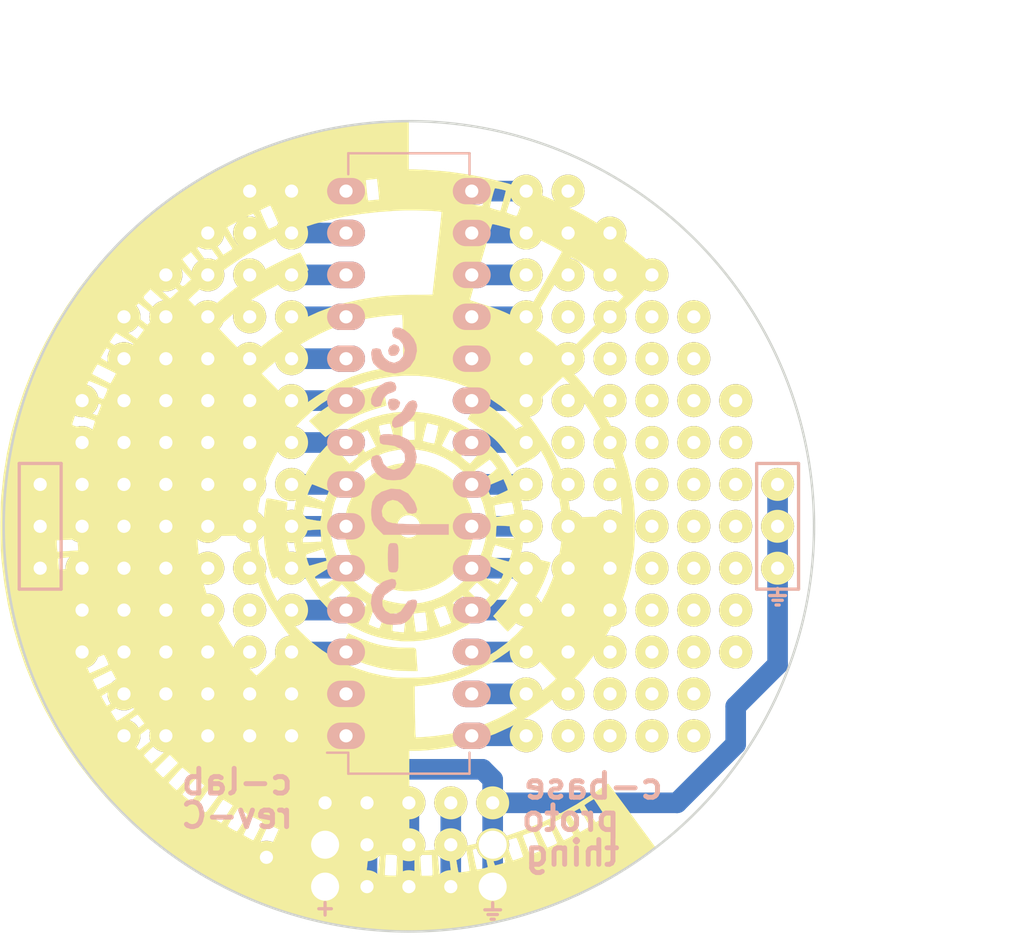
<source format=kicad_pcb>
(kicad_pcb (version 4) (host pcbnew 4.0.2-4+6225~38~ubuntu15.10.1-stable)
  (title_block (title "c-base protothing") (date 2015-11-04) (rev rev-c) (company c-base))
  (layers (0 F.Cu signal) (31 B.Cu signal) (34 B.Paste user hide) (35 F.Paste user hide) (36 B.SilkS user) (37 F.SilkS user) (38 B.Mask user) (39 F.Mask user) (44 Edge.Cuts user))
  (net 0 "")
  (module Wire_Pads:SolderWirePad_single_0-8mmDrill (layer F.Cu) (at 140.462 143.51)
    (fp_text reference REF**1111 hide)
    (fp_text value SolderWirePad_single_0-8mmDrill hide)
    (pad 1 thru_hole circle (at 0 0) (size 1.99898 1.99898) (drill 0.8001) (layers *.Cu *.Mask F.SilkS))
  )
  (module Wire_Pads:SolderWirePad_single_0-8mmDrill (layer F.Cu) (at 158.75 103.124)
    (fp_text reference REF**21 hide)
    (fp_text value SolderWirePad_single_0-8mmDrill hide)
    (pad 1 thru_hole circle (at 0 0) (size 1.99898 1.99898) (drill 0.8001) (layers *.Cu *.Mask F.SilkS))
  )
  (module Wire_Pads:SolderWirePad_single_0-8mmDrill (layer F.Cu) (at 139.446 103.124)
    (fp_text reference REF**31 hide)
    (fp_text value SolderWirePad_single_0-8mmDrill hide)
    (pad 1 thru_hole circle (at 0 0) (size 1.99898 1.99898) (drill 0.8001) (layers *.Cu *.Mask F.SilkS))
  )
  (module Wire_Pads:SolderWirePad_single_0-8mmDrill (layer F.Cu) (at 156.21 103.124)
    (fp_text reference REF**21 hide)
    (fp_text value SolderWirePad_single_0-8mmDrill hide)
    (pad 1 thru_hole circle (at 0 0) (size 1.99898 1.99898) (drill 0.8001) (layers *.Cu *.Mask F.SilkS))
  )
  (module Wire_Pads:SolderWirePad_single_0-8mmDrill (layer F.Cu) (at 141.986 103.124)
    (fp_text reference REF**31 hide)
    (fp_text value SolderWirePad_single_0-8mmDrill hide)
    (pad 1 thru_hole circle (at 0 0) (size 1.99898 1.99898) (drill 0.8001) (layers *.Cu *.Mask F.SilkS))
  )
  (module Wire_Pads:SolderWirePad_single_0-8mmDrill (layer F.Cu) (at 158.75 105.664)
    (fp_text reference REF**31 hide)
    (fp_text value SolderWirePad_single_0-8mmDrill hide)
    (pad 1 thru_hole circle (at 0 0) (size 1.99898 1.99898) (drill 0.8001) (layers *.Cu *.Mask F.SilkS))
  )
  (module Wire_Pads:SolderWirePad_single_0-8mmDrill (layer F.Cu) (at 156.21 105.664)
    (fp_text reference REF**21 hide)
    (fp_text value SolderWirePad_single_0-8mmDrill hide)
    (pad 1 thru_hole circle (at 0 0) (size 1.99898 1.99898) (drill 0.8001) (layers *.Cu *.Mask F.SilkS))
  )
  (module Wire_Pads:SolderWirePad_single_0-8mmDrill (layer F.Cu) (at 161.29 105.664)
    (fp_text reference REF**41 hide)
    (fp_text value SolderWirePad_single_0-8mmDrill hide)
    (pad 1 thru_hole circle (at 0 0) (size 1.99898 1.99898) (drill 0.8001) (layers *.Cu *.Mask F.SilkS))
  )
  (module Wire_Pads:SolderWirePad_single_0-8mmDrill (layer F.Cu) (at 161.29 108.204)
    (fp_text reference REF**31 hide)
    (fp_text value SolderWirePad_single_0-8mmDrill hide)
    (pad 1 thru_hole circle (at 0 0) (size 1.99898 1.99898) (drill 0.8001) (layers *.Cu *.Mask F.SilkS))
  )
  (module Wire_Pads:SolderWirePad_single_0-8mmDrill (layer F.Cu) (at 158.75 108.204)
    (fp_text reference REF**21 hide)
    (fp_text value SolderWirePad_single_0-8mmDrill hide)
    (pad 1 thru_hole circle (at 0 0) (size 1.99898 1.99898) (drill 0.8001) (layers *.Cu *.Mask F.SilkS))
  )
  (module Wire_Pads:SolderWirePad_single_0-8mmDrill (layer F.Cu) (at 163.83 108.204)
    (fp_text reference REF**41 hide)
    (fp_text value SolderWirePad_single_0-8mmDrill hide)
    (pad 1 thru_hole circle (at 0 0) (size 1.99898 1.99898) (drill 0.8001) (layers *.Cu *.Mask F.SilkS))
  )
  (module Wire_Pads:SolderWirePad_single_0-8mmDrill (layer F.Cu) (at 156.21 108.204)
    (fp_text reference REF**11 hide)
    (fp_text value SolderWirePad_single_0-8mmDrill hide)
    (pad 1 thru_hole circle (at 0 0) (size 1.99898 1.99898) (drill 0.8001) (layers *.Cu *.Mask F.SilkS))
  )
  (module Wire_Pads:SolderWirePad_single_0-8mmDrill (layer F.Cu) (at 141.986 105.664)
    (fp_text reference REF**31 hide)
    (fp_text value SolderWirePad_single_0-8mmDrill hide)
    (pad 1 thru_hole circle (at 0 0) (size 1.99898 1.99898) (drill 0.8001) (layers *.Cu *.Mask F.SilkS))
  )
  (module Wire_Pads:SolderWirePad_single_0-8mmDrill (layer F.Cu) (at 139.446 105.664)
    (fp_text reference REF**21 hide)
    (fp_text value SolderWirePad_single_0-8mmDrill hide)
    (pad 1 thru_hole circle (at 0 0) (size 1.99898 1.99898) (drill 0.8001) (layers *.Cu *.Mask F.SilkS))
  )
  (module Wire_Pads:SolderWirePad_single_0-8mmDrill (layer F.Cu) (at 136.906 105.664)
    (fp_text reference REF**11 hide)
    (fp_text value SolderWirePad_single_0-8mmDrill hide)
    (pad 1 thru_hole circle (at 0 0) (size 1.99898 1.99898) (drill 0.8001) (layers *.Cu *.Mask F.SilkS))
  )
  (module Wire_Pads:SolderWirePad_single_0-8mmDrill (layer F.Cu) (at 139.446 108.204)
    (fp_text reference REF**31 hide)
    (fp_text value SolderWirePad_single_0-8mmDrill hide)
    (pad 1 thru_hole circle (at 0 0) (size 1.99898 1.99898) (drill 0.8001) (layers *.Cu *.Mask F.SilkS))
  )
  (module Wire_Pads:SolderWirePad_single_0-8mmDrill (layer F.Cu) (at 136.906 108.204)
    (fp_text reference REF**21 hide)
    (fp_text value SolderWirePad_single_0-8mmDrill hide)
    (pad 1 thru_hole circle (at 0 0) (size 1.99898 1.99898) (drill 0.8001) (layers *.Cu *.Mask F.SilkS))
  )
  (module Wire_Pads:SolderWirePad_single_0-8mmDrill (layer F.Cu) (at 141.986 108.204)
    (fp_text reference REF**41 hide)
    (fp_text value SolderWirePad_single_0-8mmDrill hide)
    (pad 1 thru_hole circle (at 0 0) (size 1.99898 1.99898) (drill 0.8001) (layers *.Cu *.Mask F.SilkS))
  )
  (module Wire_Pads:SolderWirePad_single_0-8mmDrill (layer F.Cu) (at 134.366 108.204)
    (fp_text reference REF**11 hide)
    (fp_text value SolderWirePad_single_0-8mmDrill hide)
    (pad 1 thru_hole circle (at 0 0) (size 1.99898 1.99898) (drill 0.8001) (layers *.Cu *.Mask F.SilkS))
  )
  (module Wire_Pads:SolderWirePad_single_0-8mmDrill (layer F.Cu) (at 126.746 123.444)
    (fp_text reference REF**16 hide)
    (fp_text value SolderWirePad_single_0-8mmDrill hide)
    (pad 1 thru_hole circle (at 0 0) (size 1.99898 1.99898) (drill 0.8001) (layers *.Cu *.Mask F.SilkS))
  )
  (module Wire_Pads:SolderWirePad_single_0-8mmDrill (layer F.Cu) (at 126.746 120.904)
    (fp_text reference REF**15 hide)
    (fp_text value SolderWirePad_single_0-8mmDrill hide)
    (pad 1 thru_hole circle (at 0 0) (size 1.99898 1.99898) (drill 0.8001) (layers *.Cu *.Mask F.SilkS))
  )
  (module Wire_Pads:SolderWirePad_single_0-8mmDrill (layer F.Cu) (at 126.746 125.984)
    (fp_text reference REF**17 hide)
    (fp_text value SolderWirePad_single_0-8mmDrill hide)
    (pad 1 thru_hole circle (at 0 0) (size 1.99898 1.99898) (drill 0.8001) (layers *.Cu *.Mask F.SilkS))
  )
  (module Wire_Pads:SolderWirePad_single_0-8mmDrill (layer F.Cu) (at 129.286 125.984)
    (fp_text reference REF**17 hide)
    (fp_text value SolderWirePad_single_0-8mmDrill hide)
    (pad 1 thru_hole circle (at 0 0) (size 1.99898 1.99898) (drill 0.8001) (layers *.Cu *.Mask F.SilkS))
  )
  (module Wire_Pads:SolderWirePad_single_0-8mmDrill (layer F.Cu) (at 129.286 128.524)
    (fp_text reference REF**18 hide)
    (fp_text value SolderWirePad_single_0-8mmDrill hide)
    (pad 1 thru_hole circle (at 0 0) (size 1.99898 1.99898) (drill 0.8001) (layers *.Cu *.Mask F.SilkS))
  )
  (module Wire_Pads:SolderWirePad_single_0-8mmDrill (layer F.Cu) (at 129.286 131.064)
    (fp_text reference REF**19 hide)
    (fp_text value SolderWirePad_single_0-8mmDrill hide)
    (pad 1 thru_hole circle (at 0 0) (size 1.99898 1.99898) (drill 0.8001) (layers *.Cu *.Mask F.SilkS))
  )
  (module Wire_Pads:SolderWirePad_single_0-8mmDrill (layer F.Cu) (at 129.286 123.444)
    (fp_text reference REF**16 hide)
    (fp_text value SolderWirePad_single_0-8mmDrill hide)
    (pad 1 thru_hole circle (at 0 0) (size 1.99898 1.99898) (drill 0.8001) (layers *.Cu *.Mask F.SilkS))
  )
  (module Wire_Pads:SolderWirePad_single_0-8mmDrill (layer F.Cu) (at 129.286 120.904)
    (fp_text reference REF**15 hide)
    (fp_text value SolderWirePad_single_0-8mmDrill hide)
    (pad 1 thru_hole circle (at 0 0) (size 1.99898 1.99898) (drill 0.8001) (layers *.Cu *.Mask F.SilkS))
  )
  (module Wire_Pads:SolderWirePad_single_0-8mmDrill (layer F.Cu) (at 129.286 115.824)
    (fp_text reference REF**13 hide)
    (fp_text value SolderWirePad_single_0-8mmDrill hide)
    (pad 1 thru_hole circle (at 0 0) (size 1.99898 1.99898) (drill 0.8001) (layers *.Cu *.Mask F.SilkS))
  )
  (module Wire_Pads:SolderWirePad_single_0-8mmDrill (layer F.Cu) (at 129.286 118.364)
    (fp_text reference REF**14 hide)
    (fp_text value SolderWirePad_single_0-8mmDrill hide)
    (pad 1 thru_hole circle (at 0 0) (size 1.99898 1.99898) (drill 0.8001) (layers *.Cu *.Mask F.SilkS))
  )
  (module Wire_Pads:SolderWirePad_single_0-8mmDrill (layer F.Cu) (at 171.45 123.444)
    (fp_text reference REF**56 hide)
    (fp_text value SolderWirePad_single_0-8mmDrill hide)
    (pad 1 thru_hole circle (at 0 0) (size 1.99898 1.99898) (drill 0.8001) (layers *.Cu *.Mask F.SilkS))
  )
  (module Wire_Pads:SolderWirePad_single_0-8mmDrill (layer F.Cu) (at 171.45 120.904)
    (fp_text reference REF**55 hide)
    (fp_text value SolderWirePad_single_0-8mmDrill hide)
    (pad 1 thru_hole circle (at 0 0) (size 1.99898 1.99898) (drill 0.8001) (layers *.Cu *.Mask F.SilkS))
  )
  (module Wire_Pads:SolderWirePad_single_0-8mmDrill (layer F.Cu) (at 171.45 125.984)
    (fp_text reference REF**57 hide)
    (fp_text value SolderWirePad_single_0-8mmDrill hide)
    (pad 1 thru_hole circle (at 0 0) (size 1.99898 1.99898) (drill 0.8001) (layers *.Cu *.Mask F.SilkS))
  )
  (module Wire_Pads:SolderWirePad_single_0-8mmDrill (layer F.Cu) (at 168.91 115.824)
    (fp_text reference REF**53 hide)
    (fp_text value SolderWirePad_single_0-8mmDrill hide)
    (pad 1 thru_hole circle (at 0 0) (size 1.99898 1.99898) (drill 0.8001) (layers *.Cu *.Mask F.SilkS))
  )
  (module Wire_Pads:SolderWirePad_single_0-8mmDrill (layer F.Cu) (at 168.91 118.364)
    (fp_text reference REF**54 hide)
    (fp_text value SolderWirePad_single_0-8mmDrill hide)
    (pad 1 thru_hole circle (at 0 0) (size 1.99898 1.99898) (drill 0.8001) (layers *.Cu *.Mask F.SilkS))
  )
  (module Wire_Pads:SolderWirePad_single_0-8mmDrill (layer F.Cu) (at 168.91 123.444)
    (fp_text reference REF**56 hide)
    (fp_text value SolderWirePad_single_0-8mmDrill hide)
    (pad 1 thru_hole circle (at 0 0) (size 1.99898 1.99898) (drill 0.8001) (layers *.Cu *.Mask F.SilkS))
  )
  (module Wire_Pads:SolderWirePad_single_0-8mmDrill (layer F.Cu) (at 168.91 120.904)
    (fp_text reference REF**55 hide)
    (fp_text value SolderWirePad_single_0-8mmDrill hide)
    (pad 1 thru_hole circle (at 0 0) (size 1.99898 1.99898) (drill 0.8001) (layers *.Cu *.Mask F.SilkS))
  )
  (module Wire_Pads:SolderWirePad_single_0-8mmDrill (layer F.Cu) (at 168.91 128.524)
    (fp_text reference REF**58 hide)
    (fp_text value SolderWirePad_single_0-8mmDrill hide)
    (pad 1 thru_hole circle (at 0 0) (size 1.99898 1.99898) (drill 0.8001) (layers *.Cu *.Mask F.SilkS))
  )
  (module Wire_Pads:SolderWirePad_single_0-8mmDrill (layer F.Cu) (at 168.91 125.984)
    (fp_text reference REF**57 hide)
    (fp_text value SolderWirePad_single_0-8mmDrill hide)
    (pad 1 thru_hole circle (at 0 0) (size 1.99898 1.99898) (drill 0.8001) (layers *.Cu *.Mask F.SilkS))
  )
  (module Wire_Pads:SolderWirePad_single_0-8mmDrill (layer F.Cu) (at 168.91 131.064)
    (fp_text reference REF**59 hide)
    (fp_text value SolderWirePad_single_0-8mmDrill hide)
    (pad 1 thru_hole circle (at 0 0) (size 1.99898 1.99898) (drill 0.8001) (layers *.Cu *.Mask F.SilkS))
  )
  (module Wire_Pads:SolderWirePad_single_0-8mmDrill (layer F.Cu) (at 158.75 113.284)
    (fp_text reference REF**22 hide)
    (fp_text value SolderWirePad_single_0-8mmDrill hide)
    (pad 1 thru_hole circle (at 0 0) (size 1.99898 1.99898) (drill 0.8001) (layers *.Cu *.Mask F.SilkS))
  )
  (module Wire_Pads:SolderWirePad_single_0-8mmDrill (layer F.Cu) (at 161.29 113.284)
    (fp_text reference REF**32 hide)
    (fp_text value SolderWirePad_single_0-8mmDrill hide)
    (pad 1 thru_hole circle (at 0 0) (size 1.99898 1.99898) (drill 0.8001) (layers *.Cu *.Mask F.SilkS))
  )
  (module Wire_Pads:SolderWirePad_single_0-8mmDrill (layer F.Cu) (at 158.75 115.824)
    (fp_text reference REF**23 hide)
    (fp_text value SolderWirePad_single_0-8mmDrill hide)
    (pad 1 thru_hole circle (at 0 0) (size 1.99898 1.99898) (drill 0.8001) (layers *.Cu *.Mask F.SilkS))
  )
  (module Wire_Pads:SolderWirePad_single_0-8mmDrill (layer F.Cu) (at 161.29 115.824)
    (fp_text reference REF**33 hide)
    (fp_text value SolderWirePad_single_0-8mmDrill hide)
    (pad 1 thru_hole circle (at 0 0) (size 1.99898 1.99898) (drill 0.8001) (layers *.Cu *.Mask F.SilkS))
  )
  (module Wire_Pads:SolderWirePad_single_0-8mmDrill (layer F.Cu) (at 161.29 118.364)
    (fp_text reference REF**34 hide)
    (fp_text value SolderWirePad_single_0-8mmDrill hide)
    (pad 1 thru_hole circle (at 0 0) (size 1.99898 1.99898) (drill 0.8001) (layers *.Cu *.Mask F.SilkS))
  )
  (module Wire_Pads:SolderWirePad_single_0-8mmDrill (layer F.Cu) (at 158.75 118.364)
    (fp_text reference REF**24 hide)
    (fp_text value SolderWirePad_single_0-8mmDrill hide)
    (pad 1 thru_hole circle (at 0 0) (size 1.99898 1.99898) (drill 0.8001) (layers *.Cu *.Mask F.SilkS))
  )
  (module Wire_Pads:SolderWirePad_single_0-8mmDrill (layer F.Cu) (at 163.83 113.284)
    (fp_text reference REF**42 hide)
    (fp_text value SolderWirePad_single_0-8mmDrill hide)
    (pad 1 thru_hole circle (at 0 0) (size 1.99898 1.99898) (drill 0.8001) (layers *.Cu *.Mask F.SilkS))
  )
  (module Wire_Pads:SolderWirePad_single_0-8mmDrill (layer F.Cu) (at 166.37 110.744)
    (fp_text reference REF**51 hide)
    (fp_text value SolderWirePad_single_0-8mmDrill hide)
    (pad 1 thru_hole circle (at 0 0) (size 1.99898 1.99898) (drill 0.8001) (layers *.Cu *.Mask F.SilkS))
  )
  (module Wire_Pads:SolderWirePad_single_0-8mmDrill (layer F.Cu) (at 166.37 113.284)
    (fp_text reference REF**52 hide)
    (fp_text value SolderWirePad_single_0-8mmDrill hide)
    (pad 1 thru_hole circle (at 0 0) (size 1.99898 1.99898) (drill 0.8001) (layers *.Cu *.Mask F.SilkS))
  )
  (module Wire_Pads:SolderWirePad_single_0-8mmDrill (layer F.Cu) (at 163.83 110.744)
    (fp_text reference REF**41 hide)
    (fp_text value SolderWirePad_single_0-8mmDrill hide)
    (pad 1 thru_hole circle (at 0 0) (size 1.99898 1.99898) (drill 0.8001) (layers *.Cu *.Mask F.SilkS))
  )
  (module Wire_Pads:SolderWirePad_single_0-8mmDrill (layer F.Cu) (at 158.75 128.524)
    (fp_text reference REF**28 hide)
    (fp_text value SolderWirePad_single_0-8mmDrill hide)
    (pad 1 thru_hole circle (at 0 0) (size 1.99898 1.99898) (drill 0.8001) (layers *.Cu *.Mask F.SilkS))
  )
  (module Wire_Pads:SolderWirePad_single_0-8mmDrill (layer F.Cu) (at 158.75 125.984)
    (fp_text reference REF**27 hide)
    (fp_text value SolderWirePad_single_0-8mmDrill hide)
    (pad 1 thru_hole circle (at 0 0) (size 1.99898 1.99898) (drill 0.8001) (layers *.Cu *.Mask F.SilkS))
  )
  (module Wire_Pads:SolderWirePad_single_0-8mmDrill (layer F.Cu) (at 161.29 125.984)
    (fp_text reference REF**37 hide)
    (fp_text value SolderWirePad_single_0-8mmDrill hide)
    (pad 1 thru_hole circle (at 0 0) (size 1.99898 1.99898) (drill 0.8001) (layers *.Cu *.Mask F.SilkS))
  )
  (module Wire_Pads:SolderWirePad_single_0-8mmDrill (layer F.Cu) (at 166.37 125.984)
    (fp_text reference REF**57 hide)
    (fp_text value SolderWirePad_single_0-8mmDrill hide)
    (pad 1 thru_hole circle (at 0 0) (size 1.99898 1.99898) (drill 0.8001) (layers *.Cu *.Mask F.SilkS))
  )
  (module Wire_Pads:SolderWirePad_single_0-8mmDrill (layer F.Cu) (at 161.29 123.444)
    (fp_text reference REF**36 hide)
    (fp_text value SolderWirePad_single_0-8mmDrill hide)
    (pad 1 thru_hole circle (at 0 0) (size 1.99898 1.99898) (drill 0.8001) (layers *.Cu *.Mask F.SilkS))
  )
  (module Wire_Pads:SolderWirePad_single_0-8mmDrill (layer F.Cu) (at 166.37 120.904)
    (fp_text reference REF**55 hide)
    (fp_text value SolderWirePad_single_0-8mmDrill hide)
    (pad 1 thru_hole circle (at 0 0) (size 1.99898 1.99898) (drill 0.8001) (layers *.Cu *.Mask F.SilkS))
  )
  (module Wire_Pads:SolderWirePad_single_0-8mmDrill (layer F.Cu) (at 163.83 125.984)
    (fp_text reference REF**47 hide)
    (fp_text value SolderWirePad_single_0-8mmDrill hide)
    (pad 1 thru_hole circle (at 0 0) (size 1.99898 1.99898) (drill 0.8001) (layers *.Cu *.Mask F.SilkS))
  )
  (module Wire_Pads:SolderWirePad_single_0-8mmDrill (layer F.Cu) (at 166.37 123.444)
    (fp_text reference REF**56 hide)
    (fp_text value SolderWirePad_single_0-8mmDrill hide)
    (pad 1 thru_hole circle (at 0 0) (size 1.99898 1.99898) (drill 0.8001) (layers *.Cu *.Mask F.SilkS))
  )
  (module Wire_Pads:SolderWirePad_single_0-8mmDrill (layer F.Cu) (at 163.83 120.904)
    (fp_text reference REF**45 hide)
    (fp_text value SolderWirePad_single_0-8mmDrill hide)
    (pad 1 thru_hole circle (at 0 0) (size 1.99898 1.99898) (drill 0.8001) (layers *.Cu *.Mask F.SilkS))
  )
  (module Wire_Pads:SolderWirePad_single_0-8mmDrill (layer F.Cu) (at 161.29 120.904)
    (fp_text reference REF**35 hide)
    (fp_text value SolderWirePad_single_0-8mmDrill hide)
    (pad 1 thru_hole circle (at 0 0) (size 1.99898 1.99898) (drill 0.8001) (layers *.Cu *.Mask F.SilkS))
  )
  (module Wire_Pads:SolderWirePad_single_0-8mmDrill (layer F.Cu) (at 163.83 123.444)
    (fp_text reference REF**46 hide)
    (fp_text value SolderWirePad_single_0-8mmDrill hide)
    (pad 1 thru_hole circle (at 0 0) (size 1.99898 1.99898) (drill 0.8001) (layers *.Cu *.Mask F.SilkS))
  )
  (module Wire_Pads:SolderWirePad_single_0-8mmDrill (layer F.Cu) (at 158.75 123.444)
    (fp_text reference REF**26 hide)
    (fp_text value SolderWirePad_single_0-8mmDrill hide)
    (pad 1 thru_hole circle (at 0 0) (size 1.99898 1.99898) (drill 0.8001) (layers *.Cu *.Mask F.SilkS))
  )
  (module Wire_Pads:SolderWirePad_single_0-8mmDrill (layer F.Cu) (at 158.75 120.904)
    (fp_text reference REF**25 hide)
    (fp_text value SolderWirePad_single_0-8mmDrill hide)
    (pad 1 thru_hole circle (at 0 0) (size 1.99898 1.99898) (drill 0.8001) (layers *.Cu *.Mask F.SilkS))
  )
  (module Wire_Pads:SolderWirePad_single_0-8mmDrill (layer F.Cu) (at 161.29 136.144)
    (fp_text reference REF**311 hide)
    (fp_text value SolderWirePad_single_0-8mmDrill hide)
    (pad 1 thru_hole circle (at 0 0) (size 1.99898 1.99898) (drill 0.8001) (layers *.Cu *.Mask F.SilkS))
  )
  (module Wire_Pads:SolderWirePad_single_0-8mmDrill (layer F.Cu) (at 166.37 136.144)
    (fp_text reference REF**511 hide)
    (fp_text value SolderWirePad_single_0-8mmDrill hide)
    (pad 1 thru_hole circle (at 0 0) (size 1.99898 1.99898) (drill 0.8001) (layers *.Cu *.Mask F.SilkS))
  )
  (module Wire_Pads:SolderWirePad_single_0-8mmDrill (layer F.Cu) (at 163.83 133.604)
    (fp_text reference REF**410 hide)
    (fp_text value SolderWirePad_single_0-8mmDrill hide)
    (pad 1 thru_hole circle (at 0 0) (size 1.99898 1.99898) (drill 0.8001) (layers *.Cu *.Mask F.SilkS))
  )
  (module Wire_Pads:SolderWirePad_single_0-8mmDrill (layer F.Cu) (at 166.37 133.604)
    (fp_text reference REF**510 hide)
    (fp_text value SolderWirePad_single_0-8mmDrill hide)
    (pad 1 thru_hole circle (at 0 0) (size 1.99898 1.99898) (drill 0.8001) (layers *.Cu *.Mask F.SilkS))
  )
  (module Wire_Pads:SolderWirePad_single_0-8mmDrill (layer F.Cu) (at 163.83 136.144)
    (fp_text reference REF**411 hide)
    (fp_text value SolderWirePad_single_0-8mmDrill hide)
    (pad 1 thru_hole circle (at 0 0) (size 1.99898 1.99898) (drill 0.8001) (layers *.Cu *.Mask F.SilkS))
  )
  (module Wire_Pads:SolderWirePad_single_0-8mmDrill (layer F.Cu) (at 161.29 133.604)
    (fp_text reference REF**310 hide)
    (fp_text value SolderWirePad_single_0-8mmDrill hide)
    (pad 1 thru_hole circle (at 0 0) (size 1.99898 1.99898) (drill 0.8001) (layers *.Cu *.Mask F.SilkS))
  )
  (module Wire_Pads:SolderWirePad_single_0-8mmDrill (layer F.Cu) (at 163.83 131.064)
    (fp_text reference REF**49 hide)
    (fp_text value SolderWirePad_single_0-8mmDrill hide)
    (pad 1 thru_hole circle (at 0 0) (size 1.99898 1.99898) (drill 0.8001) (layers *.Cu *.Mask F.SilkS))
  )
  (module Wire_Pads:SolderWirePad_single_0-8mmDrill (layer F.Cu) (at 163.83 128.524)
    (fp_text reference REF**48 hide)
    (fp_text value SolderWirePad_single_0-8mmDrill hide)
    (pad 1 thru_hole circle (at 0 0) (size 1.99898 1.99898) (drill 0.8001) (layers *.Cu *.Mask F.SilkS))
  )
  (module Wire_Pads:SolderWirePad_single_0-8mmDrill (layer F.Cu) (at 161.29 128.524)
    (fp_text reference REF**38 hide)
    (fp_text value SolderWirePad_single_0-8mmDrill hide)
    (pad 1 thru_hole circle (at 0 0) (size 1.99898 1.99898) (drill 0.8001) (layers *.Cu *.Mask F.SilkS))
  )
  (module Wire_Pads:SolderWirePad_single_0-8mmDrill (layer F.Cu) (at 161.29 131.064)
    (fp_text reference REF**39 hide)
    (fp_text value SolderWirePad_single_0-8mmDrill hide)
    (pad 1 thru_hole circle (at 0 0) (size 1.99898 1.99898) (drill 0.8001) (layers *.Cu *.Mask F.SilkS))
  )
  (module Wire_Pads:SolderWirePad_single_0-8mmDrill (layer F.Cu) (at 166.37 128.524)
    (fp_text reference REF**58 hide)
    (fp_text value SolderWirePad_single_0-8mmDrill hide)
    (pad 1 thru_hole circle (at 0 0) (size 1.99898 1.99898) (drill 0.8001) (layers *.Cu *.Mask F.SilkS))
  )
  (module Wire_Pads:SolderWirePad_single_0-8mmDrill (layer F.Cu) (at 166.37 131.064)
    (fp_text reference REF**59 hide)
    (fp_text value SolderWirePad_single_0-8mmDrill hide)
    (pad 1 thru_hole circle (at 0 0) (size 1.99898 1.99898) (drill 0.8001) (layers *.Cu *.Mask F.SilkS))
  )
  (module Wire_Pads:SolderWirePad_single_0-8mmDrill (layer F.Cu) (at 158.75 133.604)
    (fp_text reference REF**210 hide)
    (fp_text value SolderWirePad_single_0-8mmDrill hide)
    (pad 1 thru_hole circle (at 0 0) (size 1.99898 1.99898) (drill 0.8001) (layers *.Cu *.Mask F.SilkS))
  )
  (module Wire_Pads:SolderWirePad_single_0-8mmDrill (layer F.Cu) (at 158.75 131.064)
    (fp_text reference REF**29 hide)
    (fp_text value SolderWirePad_single_0-8mmDrill hide)
    (pad 1 thru_hole circle (at 0 0) (size 1.99898 1.99898) (drill 0.8001) (layers *.Cu *.Mask F.SilkS))
  )
  (module Wire_Pads:SolderWirePad_single_0-8mmDrill (layer F.Cu) (at 158.75 136.144)
    (fp_text reference REF**211 hide)
    (fp_text value SolderWirePad_single_0-8mmDrill hide)
    (pad 1 thru_hole circle (at 0 0) (size 1.99898 1.99898) (drill 0.8001) (layers *.Cu *.Mask F.SilkS))
  )
  (module Wire_Pads:SolderWirePad_single_0-8mmDrill (layer F.Cu) (at 163.83 118.364)
    (fp_text reference REF**44 hide)
    (fp_text value SolderWirePad_single_0-8mmDrill hide)
    (pad 1 thru_hole circle (at 0 0) (size 1.99898 1.99898) (drill 0.8001) (layers *.Cu *.Mask F.SilkS))
  )
  (module Wire_Pads:SolderWirePad_single_0-8mmDrill (layer F.Cu) (at 166.37 118.364)
    (fp_text reference REF**54 hide)
    (fp_text value SolderWirePad_single_0-8mmDrill hide)
    (pad 1 thru_hole circle (at 0 0) (size 1.99898 1.99898) (drill 0.8001) (layers *.Cu *.Mask F.SilkS))
  )
  (module Wire_Pads:SolderWirePad_single_0-8mmDrill (layer F.Cu) (at 163.83 115.824)
    (fp_text reference REF**43 hide)
    (fp_text value SolderWirePad_single_0-8mmDrill hide)
    (pad 1 thru_hole circle (at 0 0) (size 1.99898 1.99898) (drill 0.8001) (layers *.Cu *.Mask F.SilkS))
  )
  (module Wire_Pads:SolderWirePad_single_0-8mmDrill (layer F.Cu) (at 166.37 115.824)
    (fp_text reference REF**53 hide)
    (fp_text value SolderWirePad_single_0-8mmDrill hide)
    (pad 1 thru_hole circle (at 0 0) (size 1.99898 1.99898) (drill 0.8001) (layers *.Cu *.Mask F.SilkS))
  )
  (module Wire_Pads:SolderWirePad_single_0-8mmDrill (layer F.Cu) (at 161.29 110.744)
    (fp_text reference REF**31 hide)
    (fp_text value SolderWirePad_single_0-8mmDrill hide)
    (pad 1 thru_hole circle (at 0 0) (size 1.99898 1.99898) (drill 0.8001) (layers *.Cu *.Mask F.SilkS))
  )
  (module Wire_Pads:SolderWirePad_single_0-8mmDrill (layer F.Cu) (at 158.75 110.744)
    (fp_text reference REF**21 hide)
    (fp_text value SolderWirePad_single_0-8mmDrill hide)
    (pad 1 thru_hole circle (at 0 0) (size 1.99898 1.99898) (drill 0.8001) (layers *.Cu *.Mask F.SilkS))
  )
  (module Wire_Pads:SolderWirePad_single_0-8mmDrill (layer F.Cu) (at 156.21 118.364)
    (fp_text reference REF**14 hide)
    (fp_text value SolderWirePad_single_0-8mmDrill hide)
    (pad 1 thru_hole circle (at 0 0) (size 1.99898 1.99898) (drill 0.8001) (layers *.Cu *.Mask F.SilkS))
  )
  (module Wire_Pads:SolderWirePad_single_0-8mmDrill (layer F.Cu) (at 156.21 115.824)
    (fp_text reference REF**13 hide)
    (fp_text value SolderWirePad_single_0-8mmDrill hide)
    (pad 1 thru_hole circle (at 0 0) (size 1.99898 1.99898) (drill 0.8001) (layers *.Cu *.Mask F.SilkS))
  )
  (module Wire_Pads:SolderWirePad_single_0-8mmDrill (layer F.Cu) (at 156.21 120.904)
    (fp_text reference REF**15 hide)
    (fp_text value SolderWirePad_single_0-8mmDrill hide)
    (pad 1 thru_hole circle (at 0 0) (size 1.99898 1.99898) (drill 0.8001) (layers *.Cu *.Mask F.SilkS))
  )
  (module Wire_Pads:SolderWirePad_single_0-8mmDrill (layer F.Cu) (at 156.21 123.444)
    (fp_text reference REF**16 hide)
    (fp_text value SolderWirePad_single_0-8mmDrill hide)
    (pad 1 thru_hole circle (at 0 0) (size 1.99898 1.99898) (drill 0.8001) (layers *.Cu *.Mask F.SilkS))
  )
  (module Wire_Pads:SolderWirePad_single_0-8mmDrill (layer F.Cu) (at 156.21 125.984)
    (fp_text reference REF**17 hide)
    (fp_text value SolderWirePad_single_0-8mmDrill hide)
    (pad 1 thru_hole circle (at 0 0) (size 1.99898 1.99898) (drill 0.8001) (layers *.Cu *.Mask F.SilkS))
  )
  (module Wire_Pads:SolderWirePad_single_0-8mmDrill (layer F.Cu) (at 156.21 128.524)
    (fp_text reference REF**18 hide)
    (fp_text value SolderWirePad_single_0-8mmDrill hide)
    (pad 1 thru_hole circle (at 0 0) (size 1.99898 1.99898) (drill 0.8001) (layers *.Cu *.Mask F.SilkS))
  )
  (module Wire_Pads:SolderWirePad_single_0-8mmDrill (layer F.Cu) (at 156.21 113.284)
    (fp_text reference REF**12 hide)
    (fp_text value SolderWirePad_single_0-8mmDrill hide)
    (pad 1 thru_hole circle (at 0 0) (size 1.99898 1.99898) (drill 0.8001) (layers *.Cu *.Mask F.SilkS))
  )
  (module Wire_Pads:SolderWirePad_single_0-8mmDrill (layer F.Cu) (at 156.21 131.064)
    (fp_text reference REF**19 hide)
    (fp_text value SolderWirePad_single_0-8mmDrill hide)
    (pad 1 thru_hole circle (at 0 0) (size 1.99898 1.99898) (drill 0.8001) (layers *.Cu *.Mask F.SilkS))
  )
  (module Wire_Pads:SolderWirePad_single_0-8mmDrill (layer F.Cu) (at 156.21 136.144)
    (fp_text reference REF**111 hide)
    (fp_text value SolderWirePad_single_0-8mmDrill hide)
    (pad 1 thru_hole circle (at 0 0) (size 1.99898 1.99898) (drill 0.8001) (layers *.Cu *.Mask F.SilkS))
  )
  (module Wire_Pads:SolderWirePad_single_0-8mmDrill (layer F.Cu) (at 156.21 133.604)
    (fp_text reference REF**110 hide)
    (fp_text value SolderWirePad_single_0-8mmDrill hide)
    (pad 1 thru_hole circle (at 0 0) (size 1.99898 1.99898) (drill 0.8001) (layers *.Cu *.Mask F.SilkS))
  )
  (module Wire_Pads:SolderWirePad_single_0-8mmDrill (layer F.Cu) (at 144.018 145.288)
    (fp_text reference REF**1113 hide)
    (fp_text value SolderWirePad_single_0-8mmDrill hide)
    (pad 1 thru_hole circle (at 0 0) (size 1.99898 1.99898) (drill 1.7) (layers *.Cu *.Mask F.SilkS))
  )
  (module Wire_Pads:SolderWirePad_single_0-8mmDrill (layer F.Cu) (at 144.018 142.748)
    (fp_text reference REF**1112 hide)
    (fp_text value SolderWirePad_single_0-8mmDrill hide)
    (pad 1 thru_hole circle (at 0 0) (size 1.99898 1.99898) (drill 1.7) (layers *.Cu *.Mask F.SilkS))
  )
  (module Wire_Pads:SolderWirePad_single_0-8mmDrill (layer F.Cu) (at 146.558 145.288)
    (fp_text reference REF**2113 hide)
    (fp_text value SolderWirePad_single_0-8mmDrill hide)
    (pad 1 thru_hole circle (at 0 0) (size 1.99898 1.99898) (drill 0.8001) (layers *.Cu *.Mask F.SilkS))
  )
  (module Wire_Pads:SolderWirePad_single_0-8mmDrill (layer F.Cu) (at 146.558 142.748)
    (fp_text reference REF**2112 hide)
    (fp_text value SolderWirePad_single_0-8mmDrill hide)
    (pad 1 thru_hole circle (at 0 0) (size 1.99898 1.99898) (drill 0.8001) (layers *.Cu *.Mask F.SilkS))
  )
  (module Wire_Pads:SolderWirePad_single_0-8mmDrill (layer F.Cu) (at 151.638 145.288)
    (fp_text reference REF**4113 hide)
    (fp_text value SolderWirePad_single_0-8mmDrill hide)
    (pad 1 thru_hole circle (at 0 0) (size 1.99898 1.99898) (drill 0.8001) (layers *.Cu *.Mask F.SilkS))
  )
  (module Wire_Pads:SolderWirePad_single_0-8mmDrill (layer F.Cu) (at 151.638 142.748)
    (fp_text reference REF**4112 hide)
    (fp_text value SolderWirePad_single_0-8mmDrill hide)
    (pad 1 thru_hole circle (at 0 0) (size 1.99898 1.99898) (drill 0.8001) (layers *.Cu *.Mask F.SilkS))
  )
  (module Wire_Pads:SolderWirePad_single_0-8mmDrill (layer F.Cu) (at 149.098 145.288)
    (fp_text reference REF**3113 hide)
    (fp_text value SolderWirePad_single_0-8mmDrill hide)
    (pad 1 thru_hole circle (at 0 0) (size 1.99898 1.99898) (drill 0.8001) (layers *.Cu *.Mask F.SilkS))
  )
  (module Wire_Pads:SolderWirePad_single_0-8mmDrill (layer F.Cu) (at 149.098 142.748)
    (fp_text reference REF**3112 hide)
    (fp_text value SolderWirePad_single_0-8mmDrill hide)
    (pad 1 thru_hole circle (at 0 0) (size 1.99898 1.99898) (drill 0.8001) (layers *.Cu *.Mask F.SilkS))
  )
  (module Wire_Pads:SolderWirePad_single_0-8mmDrill (layer F.Cu) (at 154.178 145.288)
    (fp_text reference REF**5113 hide)
    (fp_text value SolderWirePad_single_0-8mmDrill hide)
    (pad 1 thru_hole circle (at 0 0) (size 1.99898 1.99898) (drill 1.7) (layers *.Cu *.Mask F.SilkS))
  )
  (module Wire_Pads:SolderWirePad_single_0-8mmDrill (layer F.Cu) (at 154.178 142.748)
    (fp_text reference REF**5112 hide)
    (fp_text value SolderWirePad_single_0-8mmDrill hide)
    (pad 1 thru_hole circle (at 0 0) (size 1.99898 1.99898) (drill 1.7) (layers *.Cu *.Mask F.SilkS))
  )
  (module Wire_Pads:SolderWirePad_single_0-8mmDrill (layer F.Cu) (at 144.018 140.208)
    (fp_text reference REF**1111 hide)
    (fp_text value SolderWirePad_single_0-8mmDrill hide)
    (pad 1 thru_hole circle (at 0 0) (size 1.99898 1.99898) (drill 0.8001) (layers *.Cu *.Mask F.SilkS))
  )
  (module Wire_Pads:SolderWirePad_single_0-8mmDrill (layer F.Cu) (at 146.558 140.208)
    (fp_text reference REF**2111 hide)
    (fp_text value SolderWirePad_single_0-8mmDrill hide)
    (pad 1 thru_hole circle (at 0 0) (size 1.99898 1.99898) (drill 0.8001) (layers *.Cu *.Mask F.SilkS))
  )
  (module Wire_Pads:SolderWirePad_single_0-8mmDrill (layer F.Cu) (at 149.098 140.208)
    (fp_text reference REF**3111 hide)
    (fp_text value SolderWirePad_single_0-8mmDrill hide)
    (pad 1 thru_hole circle (at 0 0) (size 1.99898 1.99898) (drill 0.8001) (layers *.Cu *.Mask F.SilkS))
  )
  (module Wire_Pads:SolderWirePad_single_0-8mmDrill (layer F.Cu) (at 154.178 140.208)
    (fp_text reference REF**5111 hide)
    (fp_text value SolderWirePad_single_0-8mmDrill hide)
    (pad 1 thru_hole circle (at 0 0) (size 1.99898 1.99898) (drill 0.8001) (layers *.Cu *.Mask F.SilkS))
  )
  (module Wire_Pads:SolderWirePad_single_0-8mmDrill (layer F.Cu) (at 151.638 140.208)
    (fp_text reference REF**4111 hide)
    (fp_text value SolderWirePad_single_0-8mmDrill hide)
    (pad 1 thru_hole circle (at 0 0) (size 1.99898 1.99898) (drill 0.8001) (layers *.Cu *.Mask F.SilkS))
  )
  (module Wire_Pads:SolderWirePad_single_0-8mmDrill (layer F.Cu) (at 131.826 125.984)
    (fp_text reference REF**17 hide)
    (fp_text value SolderWirePad_single_0-8mmDrill hide)
    (pad 1 thru_hole circle (at 0 0) (size 1.99898 1.99898) (drill 0.8001) (layers *.Cu *.Mask F.SilkS))
  )
  (module Wire_Pads:SolderWirePad_single_0-8mmDrill (layer F.Cu) (at 134.366 125.984)
    (fp_text reference REF**27 hide)
    (fp_text value SolderWirePad_single_0-8mmDrill hide)
    (pad 1 thru_hole circle (at 0 0) (size 1.99898 1.99898) (drill 0.8001) (layers *.Cu *.Mask F.SilkS))
  )
  (module Wire_Pads:SolderWirePad_single_0-8mmDrill (layer F.Cu) (at 134.366 123.444)
    (fp_text reference REF**26 hide)
    (fp_text value SolderWirePad_single_0-8mmDrill hide)
    (pad 1 thru_hole circle (at 0 0) (size 1.99898 1.99898) (drill 0.8001) (layers *.Cu *.Mask F.SilkS))
  )
  (module Wire_Pads:SolderWirePad_single_0-8mmDrill (layer F.Cu) (at 131.826 120.904)
    (fp_text reference REF**15 hide)
    (fp_text value SolderWirePad_single_0-8mmDrill hide)
    (pad 1 thru_hole circle (at 0 0) (size 1.99898 1.99898) (drill 0.8001) (layers *.Cu *.Mask F.SilkS))
  )
  (module Wire_Pads:SolderWirePad_single_0-8mmDrill (layer F.Cu) (at 131.826 123.444)
    (fp_text reference REF**16 hide)
    (fp_text value SolderWirePad_single_0-8mmDrill hide)
    (pad 1 thru_hole circle (at 0 0) (size 1.99898 1.99898) (drill 0.8001) (layers *.Cu *.Mask F.SilkS))
  )
  (module Wire_Pads:SolderWirePad_single_0-8mmDrill (layer F.Cu) (at 131.826 131.064)
    (fp_text reference REF**19 hide)
    (fp_text value SolderWirePad_single_0-8mmDrill hide)
    (pad 1 thru_hole circle (at 0 0) (size 1.99898 1.99898) (drill 0.8001) (layers *.Cu *.Mask F.SilkS))
  )
  (module Wire_Pads:SolderWirePad_single_0-8mmDrill (layer F.Cu) (at 131.826 128.524)
    (fp_text reference REF**18 hide)
    (fp_text value SolderWirePad_single_0-8mmDrill hide)
    (pad 1 thru_hole circle (at 0 0) (size 1.99898 1.99898) (drill 0.8001) (layers *.Cu *.Mask F.SilkS))
  )
  (module Wire_Pads:SolderWirePad_single_0-8mmDrill (layer F.Cu) (at 134.366 131.064)
    (fp_text reference REF**29 hide)
    (fp_text value SolderWirePad_single_0-8mmDrill hide)
    (pad 1 thru_hole circle (at 0 0) (size 1.99898 1.99898) (drill 0.8001) (layers *.Cu *.Mask F.SilkS))
  )
  (module Wire_Pads:SolderWirePad_single_0-8mmDrill (layer F.Cu) (at 134.366 128.524)
    (fp_text reference REF**28 hide)
    (fp_text value SolderWirePad_single_0-8mmDrill hide)
    (pad 1 thru_hole circle (at 0 0) (size 1.99898 1.99898) (drill 0.8001) (layers *.Cu *.Mask F.SilkS))
  )
  (module Wire_Pads:SolderWirePad_single_0-8mmDrill (layer F.Cu) (at 136.906 131.064)
    (fp_text reference REF**39 hide)
    (fp_text value SolderWirePad_single_0-8mmDrill hide)
    (pad 1 thru_hole circle (at 0 0) (size 1.99898 1.99898) (drill 0.8001) (layers *.Cu *.Mask F.SilkS))
  )
  (module Wire_Pads:SolderWirePad_single_0-8mmDrill (layer F.Cu) (at 136.906 128.524)
    (fp_text reference REF**38 hide)
    (fp_text value SolderWirePad_single_0-8mmDrill hide)
    (pad 1 thru_hole circle (at 0 0) (size 1.99898 1.99898) (drill 0.8001) (layers *.Cu *.Mask F.SilkS))
  )
  (module Wire_Pads:SolderWirePad_single_0-8mmDrill (layer F.Cu) (at 141.986 131.064)
    (fp_text reference REF**59 hide)
    (fp_text value SolderWirePad_single_0-8mmDrill hide)
    (pad 1 thru_hole circle (at 0 0) (size 1.99898 1.99898) (drill 0.8001) (layers *.Cu *.Mask F.SilkS))
  )
  (module Wire_Pads:SolderWirePad_single_0-8mmDrill (layer F.Cu) (at 139.446 131.064)
    (fp_text reference REF**49 hide)
    (fp_text value SolderWirePad_single_0-8mmDrill hide)
    (pad 1 thru_hole circle (at 0 0) (size 1.99898 1.99898) (drill 0.8001) (layers *.Cu *.Mask F.SilkS))
  )
  (module Wire_Pads:SolderWirePad_single_0-8mmDrill (layer F.Cu) (at 141.986 128.524)
    (fp_text reference REF**58 hide)
    (fp_text value SolderWirePad_single_0-8mmDrill hide)
    (pad 1 thru_hole circle (at 0 0) (size 1.99898 1.99898) (drill 0.8001) (layers *.Cu *.Mask F.SilkS))
  )
  (module Wire_Pads:SolderWirePad_single_0-8mmDrill (layer F.Cu) (at 141.986 125.984)
    (fp_text reference REF**57 hide)
    (fp_text value SolderWirePad_single_0-8mmDrill hide)
    (pad 1 thru_hole circle (at 0 0) (size 1.99898 1.99898) (drill 0.8001) (layers *.Cu *.Mask F.SilkS))
  )
  (module Wire_Pads:SolderWirePad_single_0-8mmDrill (layer F.Cu) (at 139.446 125.984)
    (fp_text reference REF**47 hide)
    (fp_text value SolderWirePad_single_0-8mmDrill hide)
    (pad 1 thru_hole circle (at 0 0) (size 1.99898 1.99898) (drill 0.8001) (layers *.Cu *.Mask F.SilkS))
  )
  (module Wire_Pads:SolderWirePad_single_0-8mmDrill (layer F.Cu) (at 139.446 128.524)
    (fp_text reference REF**48 hide)
    (fp_text value SolderWirePad_single_0-8mmDrill hide)
    (pad 1 thru_hole circle (at 0 0) (size 1.99898 1.99898) (drill 0.8001) (layers *.Cu *.Mask F.SilkS))
  )
  (module Wire_Pads:SolderWirePad_single_0-8mmDrill (layer F.Cu) (at 139.446 123.444)
    (fp_text reference REF**46 hide)
    (fp_text value SolderWirePad_single_0-8mmDrill hide)
    (pad 1 thru_hole circle (at 0 0) (size 1.99898 1.99898) (drill 0.8001) (layers *.Cu *.Mask F.SilkS))
  )
  (module Wire_Pads:SolderWirePad_single_0-8mmDrill (layer F.Cu) (at 139.446 120.904)
    (fp_text reference REF**45 hide)
    (fp_text value SolderWirePad_single_0-8mmDrill hide)
    (pad 1 thru_hole circle (at 0 0) (size 1.99898 1.99898) (drill 0.8001) (layers *.Cu *.Mask F.SilkS))
  )
  (module Wire_Pads:SolderWirePad_single_0-8mmDrill (layer F.Cu) (at 141.986 123.444)
    (fp_text reference REF**56 hide)
    (fp_text value SolderWirePad_single_0-8mmDrill hide)
    (pad 1 thru_hole circle (at 0 0) (size 1.99898 1.99898) (drill 0.8001) (layers *.Cu *.Mask F.SilkS))
  )
  (module Wire_Pads:SolderWirePad_single_0-8mmDrill (layer F.Cu) (at 141.986 120.904)
    (fp_text reference REF**55 hide)
    (fp_text value SolderWirePad_single_0-8mmDrill hide)
    (pad 1 thru_hole circle (at 0 0) (size 1.99898 1.99898) (drill 0.8001) (layers *.Cu *.Mask F.SilkS))
  )
  (module Wire_Pads:SolderWirePad_single_0-8mmDrill (layer F.Cu) (at 136.906 125.984)
    (fp_text reference REF**37 hide)
    (fp_text value SolderWirePad_single_0-8mmDrill hide)
    (pad 1 thru_hole circle (at 0 0) (size 1.99898 1.99898) (drill 0.8001) (layers *.Cu *.Mask F.SilkS))
  )
  (module Wire_Pads:SolderWirePad_single_0-8mmDrill (layer F.Cu) (at 136.906 123.444)
    (fp_text reference REF**36 hide)
    (fp_text value SolderWirePad_single_0-8mmDrill hide)
    (pad 1 thru_hole circle (at 0 0) (size 1.99898 1.99898) (drill 0.8001) (layers *.Cu *.Mask F.SilkS))
  )
  (module Wire_Pads:SolderWirePad_single_0-8mmDrill (layer F.Cu) (at 136.906 120.904)
    (fp_text reference REF**35 hide)
    (fp_text value SolderWirePad_single_0-8mmDrill hide)
    (pad 1 thru_hole circle (at 0 0) (size 1.99898 1.99898) (drill 0.8001) (layers *.Cu *.Mask F.SilkS))
  )
  (module Wire_Pads:SolderWirePad_single_0-8mmDrill (layer F.Cu) (at 134.366 120.904)
    (fp_text reference REF**25 hide)
    (fp_text value SolderWirePad_single_0-8mmDrill hide)
    (pad 1 thru_hole circle (at 0 0) (size 1.99898 1.99898) (drill 0.8001) (layers *.Cu *.Mask F.SilkS))
  )
  (module Wire_Pads:SolderWirePad_single_0-8mmDrill (layer F.Cu) (at 134.366 133.604)
    (fp_text reference REF**210 hide)
    (fp_text value SolderWirePad_single_0-8mmDrill hide)
    (pad 1 thru_hole circle (at 0 0) (size 1.99898 1.99898) (drill 0.8001) (layers *.Cu *.Mask F.SilkS))
  )
  (module Wire_Pads:SolderWirePad_single_0-8mmDrill (layer F.Cu) (at 131.826 136.144)
    (fp_text reference REF**111 hide)
    (fp_text value SolderWirePad_single_0-8mmDrill hide)
    (pad 1 thru_hole circle (at 0 0) (size 1.99898 1.99898) (drill 0.8001) (layers *.Cu *.Mask F.SilkS))
  )
  (module Wire_Pads:SolderWirePad_single_0-8mmDrill (layer F.Cu) (at 131.826 133.604)
    (fp_text reference REF**110 hide)
    (fp_text value SolderWirePad_single_0-8mmDrill hide)
    (pad 1 thru_hole circle (at 0 0) (size 1.99898 1.99898) (drill 0.8001) (layers *.Cu *.Mask F.SilkS))
  )
  (module Wire_Pads:SolderWirePad_single_0-8mmDrill (layer F.Cu) (at 134.366 136.144)
    (fp_text reference REF**211 hide)
    (fp_text value SolderWirePad_single_0-8mmDrill hide)
    (pad 1 thru_hole circle (at 0 0) (size 1.99898 1.99898) (drill 0.8001) (layers *.Cu *.Mask F.SilkS))
  )
  (module Wire_Pads:SolderWirePad_single_0-8mmDrill (layer F.Cu) (at 139.446 118.364)
    (fp_text reference REF**44 hide)
    (fp_text value SolderWirePad_single_0-8mmDrill hide)
    (pad 1 thru_hole circle (at 0 0) (size 1.99898 1.99898) (drill 0.8001) (layers *.Cu *.Mask F.SilkS))
  )
  (module Wire_Pads:SolderWirePad_single_0-8mmDrill (layer F.Cu) (at 141.986 118.364)
    (fp_text reference REF**54 hide)
    (fp_text value SolderWirePad_single_0-8mmDrill hide)
    (pad 1 thru_hole circle (at 0 0) (size 1.99898 1.99898) (drill 0.8001) (layers *.Cu *.Mask F.SilkS))
  )
  (module Wire_Pads:SolderWirePad_single_0-8mmDrill (layer F.Cu) (at 141.986 110.744)
    (fp_text reference REF**51 hide)
    (fp_text value SolderWirePad_single_0-8mmDrill hide)
    (pad 1 thru_hole circle (at 0 0) (size 1.99898 1.99898) (drill 0.8001) (layers *.Cu *.Mask F.SilkS))
  )
  (module Wire_Pads:SolderWirePad_single_0-8mmDrill (layer F.Cu) (at 141.986 115.824)
    (fp_text reference REF**53 hide)
    (fp_text value SolderWirePad_single_0-8mmDrill hide)
    (pad 1 thru_hole circle (at 0 0) (size 1.99898 1.99898) (drill 0.8001) (layers *.Cu *.Mask F.SilkS))
  )
  (module Wire_Pads:SolderWirePad_single_0-8mmDrill (layer F.Cu) (at 141.986 113.284)
    (fp_text reference REF**52 hide)
    (fp_text value SolderWirePad_single_0-8mmDrill hide)
    (pad 1 thru_hole circle (at 0 0) (size 1.99898 1.99898) (drill 0.8001) (layers *.Cu *.Mask F.SilkS))
  )
  (module Wire_Pads:SolderWirePad_single_0-8mmDrill (layer F.Cu) (at 139.446 110.744)
    (fp_text reference REF**41 hide)
    (fp_text value SolderWirePad_single_0-8mmDrill hide)
    (pad 1 thru_hole circle (at 0 0) (size 1.99898 1.99898) (drill 0.8001) (layers *.Cu *.Mask F.SilkS))
  )
  (module Wire_Pads:SolderWirePad_single_0-8mmDrill (layer F.Cu) (at 131.826 118.364)
    (fp_text reference REF**14 hide)
    (fp_text value SolderWirePad_single_0-8mmDrill hide)
    (pad 1 thru_hole circle (at 0 0) (size 1.99898 1.99898) (drill 0.8001) (layers *.Cu *.Mask F.SilkS))
  )
  (module Wire_Pads:SolderWirePad_single_0-8mmDrill (layer F.Cu) (at 136.906 118.364)
    (fp_text reference REF**34 hide)
    (fp_text value SolderWirePad_single_0-8mmDrill hide)
    (pad 1 thru_hole circle (at 0 0) (size 1.99898 1.99898) (drill 0.8001) (layers *.Cu *.Mask F.SilkS))
  )
  (module Wire_Pads:SolderWirePad_single_0-8mmDrill (layer F.Cu) (at 131.826 115.824)
    (fp_text reference REF**13 hide)
    (fp_text value SolderWirePad_single_0-8mmDrill hide)
    (pad 1 thru_hole circle (at 0 0) (size 1.99898 1.99898) (drill 0.8001) (layers *.Cu *.Mask F.SilkS))
  )
  (module Wire_Pads:SolderWirePad_single_0-8mmDrill (layer F.Cu) (at 134.366 118.364)
    (fp_text reference REF**24 hide)
    (fp_text value SolderWirePad_single_0-8mmDrill hide)
    (pad 1 thru_hole circle (at 0 0) (size 1.99898 1.99898) (drill 0.8001) (layers *.Cu *.Mask F.SilkS))
  )
  (module Wire_Pads:SolderWirePad_single_0-8mmDrill (layer F.Cu) (at 136.906 110.744)
    (fp_text reference REF**31 hide)
    (fp_text value SolderWirePad_single_0-8mmDrill hide)
    (pad 1 thru_hole circle (at 0 0) (size 1.99898 1.99898) (drill 0.8001) (layers *.Cu *.Mask F.SilkS))
  )
  (module Wire_Pads:SolderWirePad_single_0-8mmDrill (layer F.Cu) (at 139.446 115.824)
    (fp_text reference REF**43 hide)
    (fp_text value SolderWirePad_single_0-8mmDrill hide)
    (pad 1 thru_hole circle (at 0 0) (size 1.99898 1.99898) (drill 0.8001) (layers *.Cu *.Mask F.SilkS))
  )
  (module Wire_Pads:SolderWirePad_single_0-8mmDrill (layer F.Cu) (at 134.366 113.284)
    (fp_text reference REF**22 hide)
    (fp_text value SolderWirePad_single_0-8mmDrill hide)
    (pad 1 thru_hole circle (at 0 0) (size 1.99898 1.99898) (drill 0.8001) (layers *.Cu *.Mask F.SilkS))
  )
  (module Wire_Pads:SolderWirePad_single_0-8mmDrill (layer F.Cu) (at 136.906 115.824)
    (fp_text reference REF**33 hide)
    (fp_text value SolderWirePad_single_0-8mmDrill hide)
    (pad 1 thru_hole circle (at 0 0) (size 1.99898 1.99898) (drill 0.8001) (layers *.Cu *.Mask F.SilkS))
  )
  (module Wire_Pads:SolderWirePad_single_0-8mmDrill (layer F.Cu) (at 136.906 113.284)
    (fp_text reference REF**32 hide)
    (fp_text value SolderWirePad_single_0-8mmDrill hide)
    (pad 1 thru_hole circle (at 0 0) (size 1.99898 1.99898) (drill 0.8001) (layers *.Cu *.Mask F.SilkS))
  )
  (module Wire_Pads:SolderWirePad_single_0-8mmDrill (layer F.Cu) (at 139.446 113.284)
    (fp_text reference REF**42 hide)
    (fp_text value SolderWirePad_single_0-8mmDrill hide)
    (pad 1 thru_hole circle (at 0 0) (size 1.99898 1.99898) (drill 0.8001) (layers *.Cu *.Mask F.SilkS))
  )
  (module Wire_Pads:SolderWirePad_single_0-8mmDrill (layer F.Cu) (at 134.366 115.824)
    (fp_text reference REF**23 hide)
    (fp_text value SolderWirePad_single_0-8mmDrill hide)
    (pad 1 thru_hole circle (at 0 0) (size 1.99898 1.99898) (drill 0.8001) (layers *.Cu *.Mask F.SilkS))
  )
  (module Wire_Pads:SolderWirePad_single_0-8mmDrill (layer F.Cu) (at 136.906 133.604)
    (fp_text reference REF**310 hide)
    (fp_text value SolderWirePad_single_0-8mmDrill hide)
    (pad 1 thru_hole circle (at 0 0) (size 1.99898 1.99898) (drill 0.8001) (layers *.Cu *.Mask F.SilkS))
  )
  (module Wire_Pads:SolderWirePad_single_0-8mmDrill (layer F.Cu) (at 139.446 133.604)
    (fp_text reference REF**410 hide)
    (fp_text value SolderWirePad_single_0-8mmDrill hide)
    (pad 1 thru_hole circle (at 0 0) (size 1.99898 1.99898) (drill 0.8001) (layers *.Cu *.Mask F.SilkS))
  )
  (module Wire_Pads:SolderWirePad_single_0-8mmDrill (layer F.Cu) (at 139.446 136.144)
    (fp_text reference REF**411 hide)
    (fp_text value SolderWirePad_single_0-8mmDrill hide)
    (pad 1 thru_hole circle (at 0 0) (size 1.99898 1.99898) (drill 0.8001) (layers *.Cu *.Mask F.SilkS))
  )
  (module Wire_Pads:SolderWirePad_single_0-8mmDrill (layer F.Cu) (at 141.986 136.144)
    (fp_text reference REF**511 hide)
    (fp_text value SolderWirePad_single_0-8mmDrill hide)
    (pad 1 thru_hole circle (at 0 0) (size 1.99898 1.99898) (drill 0.8001) (layers *.Cu *.Mask F.SilkS))
  )
  (module Wire_Pads:SolderWirePad_single_0-8mmDrill (layer F.Cu) (at 136.906 136.144)
    (fp_text reference REF**311 hide)
    (fp_text value SolderWirePad_single_0-8mmDrill hide)
    (pad 1 thru_hole circle (at 0 0) (size 1.99898 1.99898) (drill 0.8001) (layers *.Cu *.Mask F.SilkS))
  )
  (module Wire_Pads:SolderWirePad_single_0-8mmDrill (layer F.Cu) (at 141.986 133.604)
    (fp_text reference REF**510 hide)
    (fp_text value SolderWirePad_single_0-8mmDrill hide)
    (pad 1 thru_hole circle (at 0 0) (size 1.99898 1.99898) (drill 0.8001) (layers *.Cu *.Mask F.SilkS))
  )
  (module Wire_Pads:SolderWirePad_single_0-8mmDrill (layer F.Cu) (at 131.826 113.284)
    (fp_text reference REF**12 hide)
    (fp_text value SolderWirePad_single_0-8mmDrill hide)
    (pad 1 thru_hole circle (at 0 0) (size 1.99898 1.99898) (drill 0.8001) (layers *.Cu *.Mask F.SilkS))
  )
  (module Wire_Pads:SolderWirePad_single_0-8mmDrill (layer F.Cu) (at 131.826 110.744)
    (fp_text reference REF**11 hide)
    (fp_text value SolderWirePad_single_0-8mmDrill hide)
    (pad 1 thru_hole circle (at 0 0) (size 1.99898 1.99898) (drill 0.8001) (layers *.Cu *.Mask F.SilkS))
  )
  (module Wire_Pads:SolderWirePad_single_0-8mmDrill (layer F.Cu) (at 134.366 110.744)
    (fp_text reference REF**21 hide)
    (fp_text value SolderWirePad_single_0-8mmDrill hide)
    (pad 1 thru_hole circle (at 0 0) (size 1.99898 1.99898) (drill 0.8001) (layers *.Cu *.Mask F.SilkS))
  )
  (module Wire_Pads:SolderWirePad_single_0-8mmDrill (layer F.Cu) (at 156.21 110.744)
    (fp_text reference REF**11 hide)
    (fp_text value SolderWirePad_single_0-8mmDrill hide)
    (pad 1 thru_hole circle (at 0 0) (size 1.99898 1.99898) (drill 0.8001) (layers *.Cu *.Mask F.SilkS))
  )
  (module "Devils Drone:c-base-logo-ceva" (layer B.Cu) (at 149.098 120.396 90)
    (fp_text reference G*** hide)
    (fp_text value LOGO hide)
  )
  (module Housings_DIP:DIP-28_W7.62mm_LongPads (layer B.Cu) (at 145.288 136.144)
    (fp_text reference REF** hide)
    (fp_text value DIP-28_W7.62mm_LongPads)
    (pad 1 thru_hole oval (at 0 0) (size 2.3 1.6) (drill 0.8) (layers *.Cu *.Mask B.SilkS))
    (pad 2 thru_hole oval (at 0 -2.54) (size 2.3 1.6) (drill 0.8) (layers *.Cu *.Mask B.SilkS))
    (pad 3 thru_hole oval (at 0 -5.08) (size 2.3 1.6) (drill 0.8) (layers *.Cu *.Mask B.SilkS))
    (pad 4 thru_hole oval (at 0 -7.62) (size 2.3 1.6) (drill 0.8) (layers *.Cu *.Mask B.SilkS))
    (pad 5 thru_hole oval (at 0 -10.16) (size 2.3 1.6) (drill 0.8) (layers *.Cu *.Mask B.SilkS))
    (pad 6 thru_hole oval (at 0 -12.7) (size 2.3 1.6) (drill 0.8) (layers *.Cu *.Mask B.SilkS))
    (pad 7 thru_hole oval (at 0 -15.24) (size 2.3 1.6) (drill 0.8) (layers *.Cu *.Mask B.SilkS))
    (pad 8 thru_hole oval (at 0 -17.78) (size 2.3 1.6) (drill 0.8) (layers *.Cu *.Mask B.SilkS))
    (pad 9 thru_hole oval (at 0 -20.32) (size 2.3 1.6) (drill 0.8) (layers *.Cu *.Mask B.SilkS))
    (pad 10 thru_hole oval (at 0 -22.86) (size 2.3 1.6) (drill 0.8) (layers *.Cu *.Mask B.SilkS))
    (pad 11 thru_hole oval (at 0 -25.4) (size 2.3 1.6) (drill 0.8) (layers *.Cu *.Mask B.SilkS))
    (pad 12 thru_hole oval (at 0 -27.94) (size 2.3 1.6) (drill 0.8) (layers *.Cu *.Mask B.SilkS))
    (pad 13 thru_hole oval (at 0 -30.48) (size 2.3 1.6) (drill 0.8) (layers *.Cu *.Mask B.SilkS))
    (pad 14 thru_hole oval (at 0 -33.02) (size 2.3 1.6) (drill 0.8) (layers *.Cu *.Mask B.SilkS))
    (pad 15 thru_hole oval (at 7.62 -33.02) (size 2.3 1.6) (drill 0.8) (layers *.Cu *.Mask B.SilkS))
    (pad 16 thru_hole oval (at 7.62 -30.48) (size 2.3 1.6) (drill 0.8) (layers *.Cu *.Mask B.SilkS))
    (pad 17 thru_hole oval (at 7.62 -27.94) (size 2.3 1.6) (drill 0.8) (layers *.Cu *.Mask B.SilkS))
    (pad 18 thru_hole oval (at 7.62 -25.4) (size 2.3 1.6) (drill 0.8) (layers *.Cu *.Mask B.SilkS))
    (pad 19 thru_hole oval (at 7.62 -22.86) (size 2.3 1.6) (drill 0.8) (layers *.Cu *.Mask B.SilkS))
    (pad 20 thru_hole oval (at 7.62 -20.32) (size 2.3 1.6) (drill 0.8) (layers *.Cu *.Mask B.SilkS))
    (pad 21 thru_hole oval (at 7.62 -17.78) (size 2.3 1.6) (drill 0.8) (layers *.Cu *.Mask B.SilkS))
    (pad 22 thru_hole oval (at 7.62 -15.24) (size 2.3 1.6) (drill 0.8) (layers *.Cu *.Mask B.SilkS))
    (pad 23 thru_hole oval (at 7.62 -12.7) (size 2.3 1.6) (drill 0.8) (layers *.Cu *.Mask B.SilkS))
    (pad 24 thru_hole oval (at 7.62 -10.16) (size 2.3 1.6) (drill 0.8) (layers *.Cu *.Mask B.SilkS))
    (pad 25 thru_hole oval (at 7.62 -7.62) (size 2.3 1.6) (drill 0.8) (layers *.Cu *.Mask B.SilkS))
    (pad 26 thru_hole oval (at 7.62 -5.08) (size 2.3 1.6) (drill 0.8) (layers *.Cu *.Mask B.SilkS))
    (pad 27 thru_hole oval (at 7.62 -2.54) (size 2.3 1.6) (drill 0.8) (layers *.Cu *.Mask B.SilkS))
    (pad 28 thru_hole oval (at 7.62 0) (size 2.3 1.6) (drill 0.8) (layers *.Cu *.Mask B.SilkS))
  )
  (module c-base-board:board-outline (layer F.Cu) (at 149.098 123.444)
    (fp_text reference G*** hide)
    (fp_text value c-base hide)
  )
  (gr_text ⏚ (at 171.45 127.762) (layer B.SilkS) (effects (font (size 1 1) (thickness 0.2)) (justify mirror)))
  (gr_text ⏚ (at 154.178 146.812) (layer B.SilkS) (effects (font (size 1 1) (thickness 0.2)) (justify mirror)))
  (gr_text + (at 144.018 146.558) (layer B.SilkS) (effects (font (size 1 1) (thickness 0.2)) (justify mirror)))
  (gr_line (start 172.72 119.634) (end 172.72 127.254) (layer B.SilkS) (width 0.2))
  (gr_line (start 170.18 119.634) (end 172.72 119.634) (layer B.SilkS) (width 0.2))
  (gr_line (start 170.18 127.254) (end 170.18 119.634) (layer B.SilkS) (width 0.2))
  (gr_line (start 128.016 119.634) (end 125.476 119.634) (layer B.SilkS) (width 0.2))
  (gr_line (start 128.016 127.254) (end 128.016 119.634) (layer B.SilkS) (width 0.2))
  (gr_line (start 125.476 127.254) (end 128.016 127.254) (layer B.SilkS) (width 0.2))
  (gr_line (start 125.476 119.634) (end 125.476 127.254) (layer B.SilkS) (width 0.2))
  (gr_line (start 170.18 127.254) (end 172.72 127.254) (layer B.SilkS) (width 0.2))
  (gr_text rev-C (at 138.684 140.97) (layer B.SilkS) (effects (font (size 1.5 1.5) (thickness 0.3)) (justify mirror)))
  (gr_text c-lab (at 138.684 138.938) (layer B.SilkS) (effects (font (size 1.5 1.5) (thickness 0.3)) (justify mirror)))
  (gr_text thing (at 159.004 143.256) (layer B.SilkS) (effects (font (size 1.5 1.5) (thickness 0.3)) (justify mirror)))
  (gr_text proto (at 158.9024 141.1478) (layer B.SilkS) (effects (font (size 1.5 1.5) (thickness 0.3)) (justify mirror)))
  (gr_text c-base (at 160.274 139.192) (layer B.SilkS) (effects (font (size 1.5 1.5) (thickness 0.3)) (justify mirror)))
  (gr_circle (center 149.098 123.444) (end 149.098 98.8822) (layer Edge.Cuts) (width 0.15))
  (segment (start 126.746 125.984) (end 126.746 131.826) (width 1.25) (layer B.Cu) (net 0))
  (segment (start 126.746 131.826) (end 129.286 134.366) (width 1.25) (layer B.Cu) (net 0))
  (segment (start 129.286 134.366) (end 129.286 136.398) (width 1.25) (layer B.Cu) (net 0))
  (segment (start 129.286 136.398) (end 136.398 143.51) (width 1.25) (layer B.Cu) (net 0))
  (segment (start 136.398 143.51) (end 140.462 143.51) (width 1.25) (layer B.Cu) (net 0))
  (segment (start 153.559492 138.176) (end 146.558 138.176) (width 1.25) (layer B.Cu) (net 0))
  (segment (start 154.178 140.208) (end 154.178 138.794508) (width 1.25) (layer B.Cu) (net 0))
  (segment (start 154.178 138.794508) (end 153.559492 138.176) (width 1.25) (layer B.Cu) (net 0))
  (segment (start 154.178 140.208) (end 165.354 140.208) (width 1.25) (layer B.Cu) (net 0))
  (segment (start 168.91 136.652) (end 168.91 134.366) (width 1.25) (layer B.Cu) (net 0))
  (segment (start 168.91 134.366) (end 171.45 131.826) (width 1.25) (layer B.Cu) (net 0))
  (segment (start 165.354 140.208) (end 168.91 136.652) (width 1.25) (layer B.Cu) (net 0))
  (segment (start 171.45 131.826) (end 171.45 125.984) (width 1.25) (layer B.Cu) (net 0))
  (segment (start 126.746 123.444) (end 126.746 125.984) (width 1.25) (layer B.Cu) (net 0))
  (segment (start 126.746 120.904) (end 126.746 123.444) (width 1.25) (layer B.Cu) (net 0))
  (segment (start 171.45 125.984) (end 171.45 123.444) (width 1.25) (layer B.Cu) (net 0))
  (segment (start 171.45 120.904) (end 171.45 123.444) (width 1.25) (layer B.Cu) (net 0))
  (segment (start 145.288 136.144) (end 141.986 136.144) (width 1.25) (layer B.Cu) (net 0))
  (segment (start 141.986 133.604) (end 145.288 133.604) (width 1.25) (layer B.Cu) (net 0))
  (segment (start 145.288 131.064) (end 141.986 131.064) (width 1.25) (layer B.Cu) (net 0))
  (segment (start 141.986 128.524) (end 145.288 128.524) (width 1.25) (layer B.Cu) (net 0))
  (segment (start 145.288 125.984) (end 141.986 125.984) (width 1.25) (layer B.Cu) (net 0))
  (segment (start 141.986 123.444) (end 145.288 123.444) (width 1.25) (layer B.Cu) (net 0))
  (segment (start 145.288 120.904) (end 141.986 120.904) (width 1.25) (layer B.Cu) (net 0))
  (segment (start 141.986 118.364) (end 145.288 118.364) (width 1.25) (layer B.Cu) (net 0))
  (segment (start 145.288 115.824) (end 141.986 115.824) (width 1.25) (layer B.Cu) (net 0))
  (segment (start 141.986 113.284) (end 145.288 113.284) (width 1.25) (layer B.Cu) (net 0))
  (segment (start 145.288 110.744) (end 141.986 110.744) (width 1.25) (layer B.Cu) (net 0))
  (segment (start 141.986 108.204) (end 145.288 108.204) (width 1.25) (layer B.Cu) (net 0))
  (segment (start 145.288 105.664) (end 141.986 105.664) (width 1.25) (layer B.Cu) (net 0))
  (segment (start 141.986 103.124) (end 145.288 103.124) (width 1.25) (layer B.Cu) (net 0))
  (segment (start 156.21 103.124) (end 152.908 103.124) (width 1.25) (layer B.Cu) (net 0))
  (segment (start 152.908 105.664) (end 156.21 105.664) (width 1.25) (layer B.Cu) (net 0))
  (segment (start 156.21 108.204) (end 152.908 108.204) (width 1.25) (layer B.Cu) (net 0))
  (segment (start 152.908 110.744) (end 156.21 110.744) (width 1.25) (layer B.Cu) (net 0))
  (segment (start 156.21 113.284) (end 152.908 113.284) (width 1.25) (layer B.Cu) (net 0))
  (segment (start 152.908 115.824) (end 156.21 115.824) (width 1.25) (layer B.Cu) (net 0))
  (segment (start 152.908 118.364) (end 156.21 118.364) (width 1.25) (layer B.Cu) (net 0))
  (segment (start 152.908 120.904) (end 156.21 120.904) (width 1.25) (layer B.Cu) (net 0))
  (segment (start 152.908 123.444) (end 156.21 123.444) (width 1.25) (layer B.Cu) (net 0))
  (segment (start 152.908 125.984) (end 156.21 125.984) (width 1.25) (layer B.Cu) (net 0))
  (segment (start 152.908 128.524) (end 156.21 128.524) (width 1.25) (layer B.Cu) (net 0))
  (segment (start 152.908 131.064) (end 156.21 131.064) (width 1.25) (layer B.Cu) (net 0))
  (segment (start 152.908 133.604) (end 156.21 133.604) (width 1.25) (layer B.Cu) (net 0))
  (segment (start 152.908 136.144) (end 156.21 136.144) (width 1.25) (layer B.Cu) (net 0))
  (segment (start 144.018 142.748) (end 144.018 140.208) (width 1.25) (layer B.Cu) (net 0))
  (segment (start 151.638 142.748) (end 151.638 140.208) (width 1.25) (layer B.Cu) (net 0))
  (segment (start 151.638 145.288) (end 151.638 142.748) (width 1.25) (layer B.Cu) (net 0))
  (segment (start 149.098 142.748) (end 149.098 140.208) (width 1.25) (layer B.Cu) (net 0))
  (segment (start 149.098 145.288) (end 149.098 142.748) (width 1.25) (layer B.Cu) (net 0))
  (segment (start 146.558 140.208) (end 146.558 142.748) (width 1.25) (layer B.Cu) (net 0))
  (segment (start 146.558 145.288) (end 146.558 142.748) (width 1.25) (layer B.Cu) (net 0))
  (segment (start 144.018 145.288) (end 144.018 142.748) (width 1.25) (layer B.Cu) (net 0))
  (segment (start 154.178 145.288) (end 154.178 142.748) (width 1.25) (layer B.Cu) (net 0))
  (segment (start 154.178 142.748) (end 154.178 140.208) (width 1.25) (layer B.Cu) (net 0))
)
</source>
